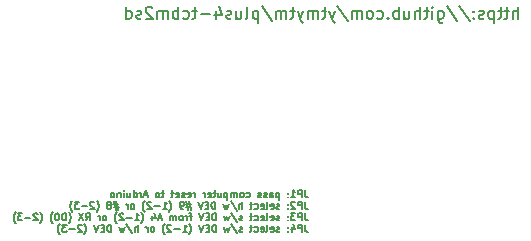
<source format=gbo>
G04 #@! TF.GenerationSoftware,KiCad,Pcbnew,(6.0.11)*
G04 #@! TF.CreationDate,2024-07-24T19:14:20+02:00*
G04 #@! TF.ProjectId,tcbm2sd,7463626d-3273-4642-9e6b-696361645f70,1.1*
G04 #@! TF.SameCoordinates,Original*
G04 #@! TF.FileFunction,Legend,Bot*
G04 #@! TF.FilePolarity,Positive*
%FSLAX46Y46*%
G04 Gerber Fmt 4.6, Leading zero omitted, Abs format (unit mm)*
G04 Created by KiCad (PCBNEW (6.0.11)) date 2024-07-24 19:14:20*
%MOMM*%
%LPD*%
G01*
G04 APERTURE LIST*
G04 Aperture macros list*
%AMRoundRect*
0 Rectangle with rounded corners*
0 $1 Rounding radius*
0 $2 $3 $4 $5 $6 $7 $8 $9 X,Y pos of 4 corners*
0 Add a 4 corners polygon primitive as box body*
4,1,4,$2,$3,$4,$5,$6,$7,$8,$9,$2,$3,0*
0 Add four circle primitives for the rounded corners*
1,1,$1+$1,$2,$3*
1,1,$1+$1,$4,$5*
1,1,$1+$1,$6,$7*
1,1,$1+$1,$8,$9*
0 Add four rect primitives between the rounded corners*
20,1,$1+$1,$2,$3,$4,$5,0*
20,1,$1+$1,$4,$5,$6,$7,0*
20,1,$1+$1,$6,$7,$8,$9,0*
20,1,$1+$1,$8,$9,$2,$3,0*%
G04 Aperture macros list end*
%ADD10C,0.150000*%
%ADD11R,1.700000X1.700000*%
%ADD12O,1.700000X1.700000*%
%ADD13R,1.600000X1.600000*%
%ADD14O,1.600000X1.600000*%
%ADD15C,1.600000*%
%ADD16C,5.000000*%
%ADD17RoundRect,0.163300X-0.337500X-4.512500X0.337500X-4.512500X0.337500X4.512500X-0.337500X4.512500X0*%
G04 APERTURE END LIST*
D10*
X146908214Y-110998428D02*
X146908214Y-111427000D01*
X146936785Y-111512714D01*
X146993928Y-111569857D01*
X147079642Y-111598428D01*
X147136785Y-111598428D01*
X146622500Y-111598428D02*
X146622500Y-110998428D01*
X146393928Y-110998428D01*
X146336785Y-111027000D01*
X146308214Y-111055571D01*
X146279642Y-111112714D01*
X146279642Y-111198428D01*
X146308214Y-111255571D01*
X146336785Y-111284142D01*
X146393928Y-111312714D01*
X146622500Y-111312714D01*
X145708214Y-111598428D02*
X146051071Y-111598428D01*
X145879642Y-111598428D02*
X145879642Y-110998428D01*
X145936785Y-111084142D01*
X145993928Y-111141285D01*
X146051071Y-111169857D01*
X145451071Y-111541285D02*
X145422500Y-111569857D01*
X145451071Y-111598428D01*
X145479642Y-111569857D01*
X145451071Y-111541285D01*
X145451071Y-111598428D01*
X145451071Y-111227000D02*
X145422500Y-111255571D01*
X145451071Y-111284142D01*
X145479642Y-111255571D01*
X145451071Y-111227000D01*
X145451071Y-111284142D01*
X144708214Y-111198428D02*
X144708214Y-111798428D01*
X144708214Y-111227000D02*
X144651071Y-111198428D01*
X144536785Y-111198428D01*
X144479642Y-111227000D01*
X144451071Y-111255571D01*
X144422500Y-111312714D01*
X144422500Y-111484142D01*
X144451071Y-111541285D01*
X144479642Y-111569857D01*
X144536785Y-111598428D01*
X144651071Y-111598428D01*
X144708214Y-111569857D01*
X143908214Y-111598428D02*
X143908214Y-111284142D01*
X143936785Y-111227000D01*
X143993928Y-111198428D01*
X144108214Y-111198428D01*
X144165357Y-111227000D01*
X143908214Y-111569857D02*
X143965357Y-111598428D01*
X144108214Y-111598428D01*
X144165357Y-111569857D01*
X144193928Y-111512714D01*
X144193928Y-111455571D01*
X144165357Y-111398428D01*
X144108214Y-111369857D01*
X143965357Y-111369857D01*
X143908214Y-111341285D01*
X143651071Y-111569857D02*
X143593928Y-111598428D01*
X143479642Y-111598428D01*
X143422500Y-111569857D01*
X143393928Y-111512714D01*
X143393928Y-111484142D01*
X143422500Y-111427000D01*
X143479642Y-111398428D01*
X143565357Y-111398428D01*
X143622500Y-111369857D01*
X143651071Y-111312714D01*
X143651071Y-111284142D01*
X143622500Y-111227000D01*
X143565357Y-111198428D01*
X143479642Y-111198428D01*
X143422500Y-111227000D01*
X143165357Y-111569857D02*
X143108214Y-111598428D01*
X142993928Y-111598428D01*
X142936785Y-111569857D01*
X142908214Y-111512714D01*
X142908214Y-111484142D01*
X142936785Y-111427000D01*
X142993928Y-111398428D01*
X143079642Y-111398428D01*
X143136785Y-111369857D01*
X143165357Y-111312714D01*
X143165357Y-111284142D01*
X143136785Y-111227000D01*
X143079642Y-111198428D01*
X142993928Y-111198428D01*
X142936785Y-111227000D01*
X141936785Y-111569857D02*
X141993928Y-111598428D01*
X142108214Y-111598428D01*
X142165357Y-111569857D01*
X142193928Y-111541285D01*
X142222500Y-111484142D01*
X142222500Y-111312714D01*
X142193928Y-111255571D01*
X142165357Y-111227000D01*
X142108214Y-111198428D01*
X141993928Y-111198428D01*
X141936785Y-111227000D01*
X141593928Y-111598428D02*
X141651071Y-111569857D01*
X141679642Y-111541285D01*
X141708214Y-111484142D01*
X141708214Y-111312714D01*
X141679642Y-111255571D01*
X141651071Y-111227000D01*
X141593928Y-111198428D01*
X141508214Y-111198428D01*
X141451071Y-111227000D01*
X141422500Y-111255571D01*
X141393928Y-111312714D01*
X141393928Y-111484142D01*
X141422500Y-111541285D01*
X141451071Y-111569857D01*
X141508214Y-111598428D01*
X141593928Y-111598428D01*
X141136785Y-111598428D02*
X141136785Y-111198428D01*
X141136785Y-111255571D02*
X141108214Y-111227000D01*
X141051071Y-111198428D01*
X140965357Y-111198428D01*
X140908214Y-111227000D01*
X140879642Y-111284142D01*
X140879642Y-111598428D01*
X140879642Y-111284142D02*
X140851071Y-111227000D01*
X140793928Y-111198428D01*
X140708214Y-111198428D01*
X140651071Y-111227000D01*
X140622500Y-111284142D01*
X140622500Y-111598428D01*
X140336785Y-111198428D02*
X140336785Y-111798428D01*
X140336785Y-111227000D02*
X140279642Y-111198428D01*
X140165357Y-111198428D01*
X140108214Y-111227000D01*
X140079642Y-111255571D01*
X140051071Y-111312714D01*
X140051071Y-111484142D01*
X140079642Y-111541285D01*
X140108214Y-111569857D01*
X140165357Y-111598428D01*
X140279642Y-111598428D01*
X140336785Y-111569857D01*
X139536785Y-111198428D02*
X139536785Y-111598428D01*
X139793928Y-111198428D02*
X139793928Y-111512714D01*
X139765357Y-111569857D01*
X139708214Y-111598428D01*
X139622500Y-111598428D01*
X139565357Y-111569857D01*
X139536785Y-111541285D01*
X139336785Y-111198428D02*
X139108214Y-111198428D01*
X139251071Y-110998428D02*
X139251071Y-111512714D01*
X139222500Y-111569857D01*
X139165357Y-111598428D01*
X139108214Y-111598428D01*
X138679642Y-111569857D02*
X138736785Y-111598428D01*
X138851071Y-111598428D01*
X138908214Y-111569857D01*
X138936785Y-111512714D01*
X138936785Y-111284142D01*
X138908214Y-111227000D01*
X138851071Y-111198428D01*
X138736785Y-111198428D01*
X138679642Y-111227000D01*
X138651071Y-111284142D01*
X138651071Y-111341285D01*
X138936785Y-111398428D01*
X138393928Y-111598428D02*
X138393928Y-111198428D01*
X138393928Y-111312714D02*
X138365357Y-111255571D01*
X138336785Y-111227000D01*
X138279642Y-111198428D01*
X138222500Y-111198428D01*
X137565357Y-111598428D02*
X137565357Y-111198428D01*
X137565357Y-111312714D02*
X137536785Y-111255571D01*
X137508214Y-111227000D01*
X137451071Y-111198428D01*
X137393928Y-111198428D01*
X136965357Y-111569857D02*
X137022500Y-111598428D01*
X137136785Y-111598428D01*
X137193928Y-111569857D01*
X137222500Y-111512714D01*
X137222500Y-111284142D01*
X137193928Y-111227000D01*
X137136785Y-111198428D01*
X137022500Y-111198428D01*
X136965357Y-111227000D01*
X136936785Y-111284142D01*
X136936785Y-111341285D01*
X137222500Y-111398428D01*
X136708214Y-111569857D02*
X136651071Y-111598428D01*
X136536785Y-111598428D01*
X136479642Y-111569857D01*
X136451071Y-111512714D01*
X136451071Y-111484142D01*
X136479642Y-111427000D01*
X136536785Y-111398428D01*
X136622500Y-111398428D01*
X136679642Y-111369857D01*
X136708214Y-111312714D01*
X136708214Y-111284142D01*
X136679642Y-111227000D01*
X136622500Y-111198428D01*
X136536785Y-111198428D01*
X136479642Y-111227000D01*
X135965357Y-111569857D02*
X136022500Y-111598428D01*
X136136785Y-111598428D01*
X136193928Y-111569857D01*
X136222500Y-111512714D01*
X136222500Y-111284142D01*
X136193928Y-111227000D01*
X136136785Y-111198428D01*
X136022500Y-111198428D01*
X135965357Y-111227000D01*
X135936785Y-111284142D01*
X135936785Y-111341285D01*
X136222500Y-111398428D01*
X135765357Y-111198428D02*
X135536785Y-111198428D01*
X135679642Y-110998428D02*
X135679642Y-111512714D01*
X135651071Y-111569857D01*
X135593928Y-111598428D01*
X135536785Y-111598428D01*
X134965357Y-111198428D02*
X134736785Y-111198428D01*
X134879642Y-110998428D02*
X134879642Y-111512714D01*
X134851071Y-111569857D01*
X134793928Y-111598428D01*
X134736785Y-111598428D01*
X134451071Y-111598428D02*
X134508214Y-111569857D01*
X134536785Y-111541285D01*
X134565357Y-111484142D01*
X134565357Y-111312714D01*
X134536785Y-111255571D01*
X134508214Y-111227000D01*
X134451071Y-111198428D01*
X134365357Y-111198428D01*
X134308214Y-111227000D01*
X134279642Y-111255571D01*
X134251071Y-111312714D01*
X134251071Y-111484142D01*
X134279642Y-111541285D01*
X134308214Y-111569857D01*
X134365357Y-111598428D01*
X134451071Y-111598428D01*
X133565357Y-111427000D02*
X133279642Y-111427000D01*
X133622499Y-111598428D02*
X133422499Y-110998428D01*
X133222499Y-111598428D01*
X133022499Y-111598428D02*
X133022499Y-111198428D01*
X133022499Y-111312714D02*
X132993928Y-111255571D01*
X132965357Y-111227000D01*
X132908214Y-111198428D01*
X132851071Y-111198428D01*
X132393928Y-111598428D02*
X132393928Y-110998428D01*
X132393928Y-111569857D02*
X132451071Y-111598428D01*
X132565357Y-111598428D01*
X132622499Y-111569857D01*
X132651071Y-111541285D01*
X132679642Y-111484142D01*
X132679642Y-111312714D01*
X132651071Y-111255571D01*
X132622499Y-111227000D01*
X132565357Y-111198428D01*
X132451071Y-111198428D01*
X132393928Y-111227000D01*
X131851071Y-111198428D02*
X131851071Y-111598428D01*
X132108214Y-111198428D02*
X132108214Y-111512714D01*
X132079642Y-111569857D01*
X132022499Y-111598428D01*
X131936785Y-111598428D01*
X131879642Y-111569857D01*
X131851071Y-111541285D01*
X131565357Y-111598428D02*
X131565357Y-111198428D01*
X131565357Y-110998428D02*
X131593928Y-111027000D01*
X131565357Y-111055571D01*
X131536785Y-111027000D01*
X131565357Y-110998428D01*
X131565357Y-111055571D01*
X131279642Y-111198428D02*
X131279642Y-111598428D01*
X131279642Y-111255571D02*
X131251071Y-111227000D01*
X131193928Y-111198428D01*
X131108214Y-111198428D01*
X131051071Y-111227000D01*
X131022499Y-111284142D01*
X131022499Y-111598428D01*
X130651071Y-111598428D02*
X130708214Y-111569857D01*
X130736785Y-111541285D01*
X130765357Y-111484142D01*
X130765357Y-111312714D01*
X130736785Y-111255571D01*
X130708214Y-111227000D01*
X130651071Y-111198428D01*
X130565357Y-111198428D01*
X130508214Y-111227000D01*
X130479642Y-111255571D01*
X130451071Y-111312714D01*
X130451071Y-111484142D01*
X130479642Y-111541285D01*
X130508214Y-111569857D01*
X130565357Y-111598428D01*
X130651071Y-111598428D01*
X146908214Y-111964428D02*
X146908214Y-112393000D01*
X146936785Y-112478714D01*
X146993928Y-112535857D01*
X147079642Y-112564428D01*
X147136785Y-112564428D01*
X146622500Y-112564428D02*
X146622500Y-111964428D01*
X146393928Y-111964428D01*
X146336785Y-111993000D01*
X146308214Y-112021571D01*
X146279642Y-112078714D01*
X146279642Y-112164428D01*
X146308214Y-112221571D01*
X146336785Y-112250142D01*
X146393928Y-112278714D01*
X146622500Y-112278714D01*
X146051071Y-112021571D02*
X146022500Y-111993000D01*
X145965357Y-111964428D01*
X145822500Y-111964428D01*
X145765357Y-111993000D01*
X145736785Y-112021571D01*
X145708214Y-112078714D01*
X145708214Y-112135857D01*
X145736785Y-112221571D01*
X146079642Y-112564428D01*
X145708214Y-112564428D01*
X145451071Y-112507285D02*
X145422500Y-112535857D01*
X145451071Y-112564428D01*
X145479642Y-112535857D01*
X145451071Y-112507285D01*
X145451071Y-112564428D01*
X145451071Y-112193000D02*
X145422500Y-112221571D01*
X145451071Y-112250142D01*
X145479642Y-112221571D01*
X145451071Y-112193000D01*
X145451071Y-112250142D01*
X144736785Y-112535857D02*
X144679642Y-112564428D01*
X144565357Y-112564428D01*
X144508214Y-112535857D01*
X144479642Y-112478714D01*
X144479642Y-112450142D01*
X144508214Y-112393000D01*
X144565357Y-112364428D01*
X144651071Y-112364428D01*
X144708214Y-112335857D01*
X144736785Y-112278714D01*
X144736785Y-112250142D01*
X144708214Y-112193000D01*
X144651071Y-112164428D01*
X144565357Y-112164428D01*
X144508214Y-112193000D01*
X143993928Y-112535857D02*
X144051071Y-112564428D01*
X144165357Y-112564428D01*
X144222500Y-112535857D01*
X144251071Y-112478714D01*
X144251071Y-112250142D01*
X144222500Y-112193000D01*
X144165357Y-112164428D01*
X144051071Y-112164428D01*
X143993928Y-112193000D01*
X143965357Y-112250142D01*
X143965357Y-112307285D01*
X144251071Y-112364428D01*
X143622500Y-112564428D02*
X143679642Y-112535857D01*
X143708214Y-112478714D01*
X143708214Y-111964428D01*
X143165357Y-112535857D02*
X143222500Y-112564428D01*
X143336785Y-112564428D01*
X143393928Y-112535857D01*
X143422500Y-112478714D01*
X143422500Y-112250142D01*
X143393928Y-112193000D01*
X143336785Y-112164428D01*
X143222500Y-112164428D01*
X143165357Y-112193000D01*
X143136785Y-112250142D01*
X143136785Y-112307285D01*
X143422500Y-112364428D01*
X142622500Y-112535857D02*
X142679642Y-112564428D01*
X142793928Y-112564428D01*
X142851071Y-112535857D01*
X142879642Y-112507285D01*
X142908214Y-112450142D01*
X142908214Y-112278714D01*
X142879642Y-112221571D01*
X142851071Y-112193000D01*
X142793928Y-112164428D01*
X142679642Y-112164428D01*
X142622500Y-112193000D01*
X142451071Y-112164428D02*
X142222500Y-112164428D01*
X142365357Y-111964428D02*
X142365357Y-112478714D01*
X142336785Y-112535857D01*
X142279642Y-112564428D01*
X142222500Y-112564428D01*
X141565357Y-112564428D02*
X141565357Y-111964428D01*
X141308214Y-112564428D02*
X141308214Y-112250142D01*
X141336785Y-112193000D01*
X141393928Y-112164428D01*
X141479642Y-112164428D01*
X141536785Y-112193000D01*
X141565357Y-112221571D01*
X140593928Y-111935857D02*
X141108214Y-112707285D01*
X140451071Y-112164428D02*
X140336785Y-112564428D01*
X140222500Y-112278714D01*
X140108214Y-112564428D01*
X139993928Y-112164428D01*
X139308214Y-112564428D02*
X139308214Y-111964428D01*
X139165357Y-111964428D01*
X139079642Y-111993000D01*
X139022500Y-112050142D01*
X138993928Y-112107285D01*
X138965357Y-112221571D01*
X138965357Y-112307285D01*
X138993928Y-112421571D01*
X139022500Y-112478714D01*
X139079642Y-112535857D01*
X139165357Y-112564428D01*
X139308214Y-112564428D01*
X138708214Y-112250142D02*
X138508214Y-112250142D01*
X138422500Y-112564428D02*
X138708214Y-112564428D01*
X138708214Y-111964428D01*
X138422500Y-111964428D01*
X138251071Y-111964428D02*
X138051071Y-112564428D01*
X137851071Y-111964428D01*
X137222500Y-112164428D02*
X136793928Y-112164428D01*
X137051071Y-111907285D02*
X137222500Y-112678714D01*
X136851071Y-112421571D02*
X137279642Y-112421571D01*
X137022500Y-112678714D02*
X136851071Y-111907285D01*
X136565357Y-112564428D02*
X136451071Y-112564428D01*
X136393928Y-112535857D01*
X136365357Y-112507285D01*
X136308214Y-112421571D01*
X136279642Y-112307285D01*
X136279642Y-112078714D01*
X136308214Y-112021571D01*
X136336785Y-111993000D01*
X136393928Y-111964428D01*
X136508214Y-111964428D01*
X136565357Y-111993000D01*
X136593928Y-112021571D01*
X136622500Y-112078714D01*
X136622500Y-112221571D01*
X136593928Y-112278714D01*
X136565357Y-112307285D01*
X136508214Y-112335857D01*
X136393928Y-112335857D01*
X136336785Y-112307285D01*
X136308214Y-112278714D01*
X136279642Y-112221571D01*
X135393928Y-112793000D02*
X135422500Y-112764428D01*
X135479642Y-112678714D01*
X135508214Y-112621571D01*
X135536785Y-112535857D01*
X135565357Y-112393000D01*
X135565357Y-112278714D01*
X135536785Y-112135857D01*
X135508214Y-112050142D01*
X135479642Y-111993000D01*
X135422500Y-111907285D01*
X135393928Y-111878714D01*
X134851071Y-112564428D02*
X135193928Y-112564428D01*
X135022500Y-112564428D02*
X135022500Y-111964428D01*
X135079642Y-112050142D01*
X135136785Y-112107285D01*
X135193928Y-112135857D01*
X134593928Y-112335857D02*
X134136785Y-112335857D01*
X133879642Y-112021571D02*
X133851071Y-111993000D01*
X133793928Y-111964428D01*
X133651071Y-111964428D01*
X133593928Y-111993000D01*
X133565357Y-112021571D01*
X133536785Y-112078714D01*
X133536785Y-112135857D01*
X133565357Y-112221571D01*
X133908214Y-112564428D01*
X133536785Y-112564428D01*
X133336785Y-112793000D02*
X133308214Y-112764428D01*
X133251071Y-112678714D01*
X133222500Y-112621571D01*
X133193928Y-112535857D01*
X133165357Y-112393000D01*
X133165357Y-112278714D01*
X133193928Y-112135857D01*
X133222500Y-112050142D01*
X133251071Y-111993000D01*
X133308214Y-111907285D01*
X133336785Y-111878714D01*
X132336785Y-112564428D02*
X132393928Y-112535857D01*
X132422500Y-112507285D01*
X132451071Y-112450142D01*
X132451071Y-112278714D01*
X132422500Y-112221571D01*
X132393928Y-112193000D01*
X132336785Y-112164428D01*
X132251071Y-112164428D01*
X132193928Y-112193000D01*
X132165357Y-112221571D01*
X132136785Y-112278714D01*
X132136785Y-112450142D01*
X132165357Y-112507285D01*
X132193928Y-112535857D01*
X132251071Y-112564428D01*
X132336785Y-112564428D01*
X131879642Y-112564428D02*
X131879642Y-112164428D01*
X131879642Y-112278714D02*
X131851071Y-112221571D01*
X131822500Y-112193000D01*
X131765357Y-112164428D01*
X131708214Y-112164428D01*
X131079642Y-112164428D02*
X130651071Y-112164428D01*
X130908214Y-111907285D02*
X131079642Y-112678714D01*
X130708214Y-112421571D02*
X131136785Y-112421571D01*
X130879642Y-112678714D02*
X130708214Y-111907285D01*
X130365357Y-112221571D02*
X130422499Y-112193000D01*
X130451071Y-112164428D01*
X130479642Y-112107285D01*
X130479642Y-112078714D01*
X130451071Y-112021571D01*
X130422499Y-111993000D01*
X130365357Y-111964428D01*
X130251071Y-111964428D01*
X130193928Y-111993000D01*
X130165357Y-112021571D01*
X130136785Y-112078714D01*
X130136785Y-112107285D01*
X130165357Y-112164428D01*
X130193928Y-112193000D01*
X130251071Y-112221571D01*
X130365357Y-112221571D01*
X130422499Y-112250142D01*
X130451071Y-112278714D01*
X130479642Y-112335857D01*
X130479642Y-112450142D01*
X130451071Y-112507285D01*
X130422499Y-112535857D01*
X130365357Y-112564428D01*
X130251071Y-112564428D01*
X130193928Y-112535857D01*
X130165357Y-112507285D01*
X130136785Y-112450142D01*
X130136785Y-112335857D01*
X130165357Y-112278714D01*
X130193928Y-112250142D01*
X130251071Y-112221571D01*
X129251071Y-112793000D02*
X129279642Y-112764428D01*
X129336785Y-112678714D01*
X129365357Y-112621571D01*
X129393928Y-112535857D01*
X129422499Y-112393000D01*
X129422499Y-112278714D01*
X129393928Y-112135857D01*
X129365357Y-112050142D01*
X129336785Y-111993000D01*
X129279642Y-111907285D01*
X129251071Y-111878714D01*
X129051071Y-112021571D02*
X129022499Y-111993000D01*
X128965357Y-111964428D01*
X128822499Y-111964428D01*
X128765357Y-111993000D01*
X128736785Y-112021571D01*
X128708214Y-112078714D01*
X128708214Y-112135857D01*
X128736785Y-112221571D01*
X129079642Y-112564428D01*
X128708214Y-112564428D01*
X128451071Y-112335857D02*
X127993928Y-112335857D01*
X127765357Y-111964428D02*
X127393928Y-111964428D01*
X127593928Y-112193000D01*
X127508214Y-112193000D01*
X127451071Y-112221571D01*
X127422499Y-112250142D01*
X127393928Y-112307285D01*
X127393928Y-112450142D01*
X127422499Y-112507285D01*
X127451071Y-112535857D01*
X127508214Y-112564428D01*
X127679642Y-112564428D01*
X127736785Y-112535857D01*
X127765357Y-112507285D01*
X127193928Y-112793000D02*
X127165357Y-112764428D01*
X127108214Y-112678714D01*
X127079642Y-112621571D01*
X127051071Y-112535857D01*
X127022499Y-112393000D01*
X127022499Y-112278714D01*
X127051071Y-112135857D01*
X127079642Y-112050142D01*
X127108214Y-111993000D01*
X127165357Y-111907285D01*
X127193928Y-111878714D01*
X146908214Y-112930428D02*
X146908214Y-113359000D01*
X146936785Y-113444714D01*
X146993928Y-113501857D01*
X147079642Y-113530428D01*
X147136785Y-113530428D01*
X146622500Y-113530428D02*
X146622500Y-112930428D01*
X146393928Y-112930428D01*
X146336785Y-112959000D01*
X146308214Y-112987571D01*
X146279642Y-113044714D01*
X146279642Y-113130428D01*
X146308214Y-113187571D01*
X146336785Y-113216142D01*
X146393928Y-113244714D01*
X146622500Y-113244714D01*
X146079642Y-112930428D02*
X145708214Y-112930428D01*
X145908214Y-113159000D01*
X145822500Y-113159000D01*
X145765357Y-113187571D01*
X145736785Y-113216142D01*
X145708214Y-113273285D01*
X145708214Y-113416142D01*
X145736785Y-113473285D01*
X145765357Y-113501857D01*
X145822500Y-113530428D01*
X145993928Y-113530428D01*
X146051071Y-113501857D01*
X146079642Y-113473285D01*
X145451071Y-113473285D02*
X145422500Y-113501857D01*
X145451071Y-113530428D01*
X145479642Y-113501857D01*
X145451071Y-113473285D01*
X145451071Y-113530428D01*
X145451071Y-113159000D02*
X145422500Y-113187571D01*
X145451071Y-113216142D01*
X145479642Y-113187571D01*
X145451071Y-113159000D01*
X145451071Y-113216142D01*
X144736785Y-113501857D02*
X144679642Y-113530428D01*
X144565357Y-113530428D01*
X144508214Y-113501857D01*
X144479642Y-113444714D01*
X144479642Y-113416142D01*
X144508214Y-113359000D01*
X144565357Y-113330428D01*
X144651071Y-113330428D01*
X144708214Y-113301857D01*
X144736785Y-113244714D01*
X144736785Y-113216142D01*
X144708214Y-113159000D01*
X144651071Y-113130428D01*
X144565357Y-113130428D01*
X144508214Y-113159000D01*
X143993928Y-113501857D02*
X144051071Y-113530428D01*
X144165357Y-113530428D01*
X144222500Y-113501857D01*
X144251071Y-113444714D01*
X144251071Y-113216142D01*
X144222500Y-113159000D01*
X144165357Y-113130428D01*
X144051071Y-113130428D01*
X143993928Y-113159000D01*
X143965357Y-113216142D01*
X143965357Y-113273285D01*
X144251071Y-113330428D01*
X143622500Y-113530428D02*
X143679642Y-113501857D01*
X143708214Y-113444714D01*
X143708214Y-112930428D01*
X143165357Y-113501857D02*
X143222500Y-113530428D01*
X143336785Y-113530428D01*
X143393928Y-113501857D01*
X143422500Y-113444714D01*
X143422500Y-113216142D01*
X143393928Y-113159000D01*
X143336785Y-113130428D01*
X143222500Y-113130428D01*
X143165357Y-113159000D01*
X143136785Y-113216142D01*
X143136785Y-113273285D01*
X143422500Y-113330428D01*
X142622500Y-113501857D02*
X142679642Y-113530428D01*
X142793928Y-113530428D01*
X142851071Y-113501857D01*
X142879642Y-113473285D01*
X142908214Y-113416142D01*
X142908214Y-113244714D01*
X142879642Y-113187571D01*
X142851071Y-113159000D01*
X142793928Y-113130428D01*
X142679642Y-113130428D01*
X142622500Y-113159000D01*
X142451071Y-113130428D02*
X142222500Y-113130428D01*
X142365357Y-112930428D02*
X142365357Y-113444714D01*
X142336785Y-113501857D01*
X142279642Y-113530428D01*
X142222500Y-113530428D01*
X141593928Y-113501857D02*
X141536785Y-113530428D01*
X141422500Y-113530428D01*
X141365357Y-113501857D01*
X141336785Y-113444714D01*
X141336785Y-113416142D01*
X141365357Y-113359000D01*
X141422500Y-113330428D01*
X141508214Y-113330428D01*
X141565357Y-113301857D01*
X141593928Y-113244714D01*
X141593928Y-113216142D01*
X141565357Y-113159000D01*
X141508214Y-113130428D01*
X141422500Y-113130428D01*
X141365357Y-113159000D01*
X140651071Y-112901857D02*
X141165357Y-113673285D01*
X140508214Y-113130428D02*
X140393928Y-113530428D01*
X140279642Y-113244714D01*
X140165357Y-113530428D01*
X140051071Y-113130428D01*
X139365357Y-113530428D02*
X139365357Y-112930428D01*
X139222500Y-112930428D01*
X139136785Y-112959000D01*
X139079642Y-113016142D01*
X139051071Y-113073285D01*
X139022500Y-113187571D01*
X139022500Y-113273285D01*
X139051071Y-113387571D01*
X139079642Y-113444714D01*
X139136785Y-113501857D01*
X139222500Y-113530428D01*
X139365357Y-113530428D01*
X138765357Y-113216142D02*
X138565357Y-113216142D01*
X138479642Y-113530428D02*
X138765357Y-113530428D01*
X138765357Y-112930428D01*
X138479642Y-112930428D01*
X138308214Y-112930428D02*
X138108214Y-113530428D01*
X137908214Y-112930428D01*
X137336785Y-113130428D02*
X137108214Y-113130428D01*
X137251071Y-113530428D02*
X137251071Y-113016142D01*
X137222500Y-112959000D01*
X137165357Y-112930428D01*
X137108214Y-112930428D01*
X136908214Y-113530428D02*
X136908214Y-113130428D01*
X136908214Y-113244714D02*
X136879642Y-113187571D01*
X136851071Y-113159000D01*
X136793928Y-113130428D01*
X136736785Y-113130428D01*
X136451071Y-113530428D02*
X136508214Y-113501857D01*
X136536785Y-113473285D01*
X136565357Y-113416142D01*
X136565357Y-113244714D01*
X136536785Y-113187571D01*
X136508214Y-113159000D01*
X136451071Y-113130428D01*
X136365357Y-113130428D01*
X136308214Y-113159000D01*
X136279642Y-113187571D01*
X136251071Y-113244714D01*
X136251071Y-113416142D01*
X136279642Y-113473285D01*
X136308214Y-113501857D01*
X136365357Y-113530428D01*
X136451071Y-113530428D01*
X135993928Y-113530428D02*
X135993928Y-113130428D01*
X135993928Y-113187571D02*
X135965357Y-113159000D01*
X135908214Y-113130428D01*
X135822500Y-113130428D01*
X135765357Y-113159000D01*
X135736785Y-113216142D01*
X135736785Y-113530428D01*
X135736785Y-113216142D02*
X135708214Y-113159000D01*
X135651071Y-113130428D01*
X135565357Y-113130428D01*
X135508214Y-113159000D01*
X135479642Y-113216142D01*
X135479642Y-113530428D01*
X134765357Y-113359000D02*
X134479642Y-113359000D01*
X134822500Y-113530428D02*
X134622500Y-112930428D01*
X134422500Y-113530428D01*
X133965357Y-113130428D02*
X133965357Y-113530428D01*
X134108214Y-112901857D02*
X134251071Y-113330428D01*
X133879642Y-113330428D01*
X133022500Y-113759000D02*
X133051071Y-113730428D01*
X133108214Y-113644714D01*
X133136785Y-113587571D01*
X133165357Y-113501857D01*
X133193928Y-113359000D01*
X133193928Y-113244714D01*
X133165357Y-113101857D01*
X133136785Y-113016142D01*
X133108214Y-112959000D01*
X133051071Y-112873285D01*
X133022500Y-112844714D01*
X132479642Y-113530428D02*
X132822500Y-113530428D01*
X132651071Y-113530428D02*
X132651071Y-112930428D01*
X132708214Y-113016142D01*
X132765357Y-113073285D01*
X132822500Y-113101857D01*
X132222500Y-113301857D02*
X131765357Y-113301857D01*
X131508214Y-112987571D02*
X131479642Y-112959000D01*
X131422500Y-112930428D01*
X131279642Y-112930428D01*
X131222500Y-112959000D01*
X131193928Y-112987571D01*
X131165357Y-113044714D01*
X131165357Y-113101857D01*
X131193928Y-113187571D01*
X131536785Y-113530428D01*
X131165357Y-113530428D01*
X130965357Y-113759000D02*
X130936785Y-113730428D01*
X130879642Y-113644714D01*
X130851071Y-113587571D01*
X130822500Y-113501857D01*
X130793928Y-113359000D01*
X130793928Y-113244714D01*
X130822500Y-113101857D01*
X130851071Y-113016142D01*
X130879642Y-112959000D01*
X130936785Y-112873285D01*
X130965357Y-112844714D01*
X129965357Y-113530428D02*
X130022500Y-113501857D01*
X130051071Y-113473285D01*
X130079642Y-113416142D01*
X130079642Y-113244714D01*
X130051071Y-113187571D01*
X130022500Y-113159000D01*
X129965357Y-113130428D01*
X129879642Y-113130428D01*
X129822500Y-113159000D01*
X129793928Y-113187571D01*
X129765357Y-113244714D01*
X129765357Y-113416142D01*
X129793928Y-113473285D01*
X129822500Y-113501857D01*
X129879642Y-113530428D01*
X129965357Y-113530428D01*
X129508214Y-113530428D02*
X129508214Y-113130428D01*
X129508214Y-113244714D02*
X129479642Y-113187571D01*
X129451071Y-113159000D01*
X129393928Y-113130428D01*
X129336785Y-113130428D01*
X128336785Y-113530428D02*
X128536785Y-113244714D01*
X128679642Y-113530428D02*
X128679642Y-112930428D01*
X128451071Y-112930428D01*
X128393928Y-112959000D01*
X128365357Y-112987571D01*
X128336785Y-113044714D01*
X128336785Y-113130428D01*
X128365357Y-113187571D01*
X128393928Y-113216142D01*
X128451071Y-113244714D01*
X128679642Y-113244714D01*
X128136785Y-112930428D02*
X127736785Y-113530428D01*
X127736785Y-112930428D02*
X128136785Y-113530428D01*
X126879642Y-113759000D02*
X126908214Y-113730428D01*
X126965357Y-113644714D01*
X126993928Y-113587571D01*
X127022500Y-113501857D01*
X127051071Y-113359000D01*
X127051071Y-113244714D01*
X127022500Y-113101857D01*
X126993928Y-113016142D01*
X126965357Y-112959000D01*
X126908214Y-112873285D01*
X126879642Y-112844714D01*
X126651071Y-113530428D02*
X126651071Y-112930428D01*
X126508214Y-112930428D01*
X126422500Y-112959000D01*
X126365357Y-113016142D01*
X126336785Y-113073285D01*
X126308214Y-113187571D01*
X126308214Y-113273285D01*
X126336785Y-113387571D01*
X126365357Y-113444714D01*
X126422500Y-113501857D01*
X126508214Y-113530428D01*
X126651071Y-113530428D01*
X125936785Y-112930428D02*
X125879642Y-112930428D01*
X125822500Y-112959000D01*
X125793928Y-112987571D01*
X125765357Y-113044714D01*
X125736785Y-113159000D01*
X125736785Y-113301857D01*
X125765357Y-113416142D01*
X125793928Y-113473285D01*
X125822500Y-113501857D01*
X125879642Y-113530428D01*
X125936785Y-113530428D01*
X125993928Y-113501857D01*
X126022500Y-113473285D01*
X126051071Y-113416142D01*
X126079642Y-113301857D01*
X126079642Y-113159000D01*
X126051071Y-113044714D01*
X126022500Y-112987571D01*
X125993928Y-112959000D01*
X125936785Y-112930428D01*
X125536785Y-113759000D02*
X125508214Y-113730428D01*
X125451071Y-113644714D01*
X125422500Y-113587571D01*
X125393928Y-113501857D01*
X125365357Y-113359000D01*
X125365357Y-113244714D01*
X125393928Y-113101857D01*
X125422500Y-113016142D01*
X125451071Y-112959000D01*
X125508214Y-112873285D01*
X125536785Y-112844714D01*
X124451071Y-113759000D02*
X124479642Y-113730428D01*
X124536785Y-113644714D01*
X124565357Y-113587571D01*
X124593928Y-113501857D01*
X124622500Y-113359000D01*
X124622500Y-113244714D01*
X124593928Y-113101857D01*
X124565357Y-113016142D01*
X124536785Y-112959000D01*
X124479642Y-112873285D01*
X124451071Y-112844714D01*
X124251071Y-112987571D02*
X124222500Y-112959000D01*
X124165357Y-112930428D01*
X124022500Y-112930428D01*
X123965357Y-112959000D01*
X123936785Y-112987571D01*
X123908214Y-113044714D01*
X123908214Y-113101857D01*
X123936785Y-113187571D01*
X124279642Y-113530428D01*
X123908214Y-113530428D01*
X123651071Y-113301857D02*
X123193928Y-113301857D01*
X122965357Y-112930428D02*
X122593928Y-112930428D01*
X122793928Y-113159000D01*
X122708214Y-113159000D01*
X122651071Y-113187571D01*
X122622500Y-113216142D01*
X122593928Y-113273285D01*
X122593928Y-113416142D01*
X122622500Y-113473285D01*
X122651071Y-113501857D01*
X122708214Y-113530428D01*
X122879642Y-113530428D01*
X122936785Y-113501857D01*
X122965357Y-113473285D01*
X122393928Y-113759000D02*
X122365357Y-113730428D01*
X122308214Y-113644714D01*
X122279642Y-113587571D01*
X122251071Y-113501857D01*
X122222500Y-113359000D01*
X122222500Y-113244714D01*
X122251071Y-113101857D01*
X122279642Y-113016142D01*
X122308214Y-112959000D01*
X122365357Y-112873285D01*
X122393928Y-112844714D01*
X146908214Y-113896428D02*
X146908214Y-114325000D01*
X146936785Y-114410714D01*
X146993928Y-114467857D01*
X147079642Y-114496428D01*
X147136785Y-114496428D01*
X146622500Y-114496428D02*
X146622500Y-113896428D01*
X146393928Y-113896428D01*
X146336785Y-113925000D01*
X146308214Y-113953571D01*
X146279642Y-114010714D01*
X146279642Y-114096428D01*
X146308214Y-114153571D01*
X146336785Y-114182142D01*
X146393928Y-114210714D01*
X146622500Y-114210714D01*
X145765357Y-114096428D02*
X145765357Y-114496428D01*
X145908214Y-113867857D02*
X146051071Y-114296428D01*
X145679642Y-114296428D01*
X145451071Y-114439285D02*
X145422500Y-114467857D01*
X145451071Y-114496428D01*
X145479642Y-114467857D01*
X145451071Y-114439285D01*
X145451071Y-114496428D01*
X145451071Y-114125000D02*
X145422500Y-114153571D01*
X145451071Y-114182142D01*
X145479642Y-114153571D01*
X145451071Y-114125000D01*
X145451071Y-114182142D01*
X144736785Y-114467857D02*
X144679642Y-114496428D01*
X144565357Y-114496428D01*
X144508214Y-114467857D01*
X144479642Y-114410714D01*
X144479642Y-114382142D01*
X144508214Y-114325000D01*
X144565357Y-114296428D01*
X144651071Y-114296428D01*
X144708214Y-114267857D01*
X144736785Y-114210714D01*
X144736785Y-114182142D01*
X144708214Y-114125000D01*
X144651071Y-114096428D01*
X144565357Y-114096428D01*
X144508214Y-114125000D01*
X143993928Y-114467857D02*
X144051071Y-114496428D01*
X144165357Y-114496428D01*
X144222500Y-114467857D01*
X144251071Y-114410714D01*
X144251071Y-114182142D01*
X144222500Y-114125000D01*
X144165357Y-114096428D01*
X144051071Y-114096428D01*
X143993928Y-114125000D01*
X143965357Y-114182142D01*
X143965357Y-114239285D01*
X144251071Y-114296428D01*
X143622500Y-114496428D02*
X143679642Y-114467857D01*
X143708214Y-114410714D01*
X143708214Y-113896428D01*
X143165357Y-114467857D02*
X143222500Y-114496428D01*
X143336785Y-114496428D01*
X143393928Y-114467857D01*
X143422500Y-114410714D01*
X143422500Y-114182142D01*
X143393928Y-114125000D01*
X143336785Y-114096428D01*
X143222500Y-114096428D01*
X143165357Y-114125000D01*
X143136785Y-114182142D01*
X143136785Y-114239285D01*
X143422500Y-114296428D01*
X142622500Y-114467857D02*
X142679642Y-114496428D01*
X142793928Y-114496428D01*
X142851071Y-114467857D01*
X142879642Y-114439285D01*
X142908214Y-114382142D01*
X142908214Y-114210714D01*
X142879642Y-114153571D01*
X142851071Y-114125000D01*
X142793928Y-114096428D01*
X142679642Y-114096428D01*
X142622500Y-114125000D01*
X142451071Y-114096428D02*
X142222500Y-114096428D01*
X142365357Y-113896428D02*
X142365357Y-114410714D01*
X142336785Y-114467857D01*
X142279642Y-114496428D01*
X142222500Y-114496428D01*
X141593928Y-114467857D02*
X141536785Y-114496428D01*
X141422500Y-114496428D01*
X141365357Y-114467857D01*
X141336785Y-114410714D01*
X141336785Y-114382142D01*
X141365357Y-114325000D01*
X141422500Y-114296428D01*
X141508214Y-114296428D01*
X141565357Y-114267857D01*
X141593928Y-114210714D01*
X141593928Y-114182142D01*
X141565357Y-114125000D01*
X141508214Y-114096428D01*
X141422500Y-114096428D01*
X141365357Y-114125000D01*
X140651071Y-113867857D02*
X141165357Y-114639285D01*
X140508214Y-114096428D02*
X140393928Y-114496428D01*
X140279642Y-114210714D01*
X140165357Y-114496428D01*
X140051071Y-114096428D01*
X139365357Y-114496428D02*
X139365357Y-113896428D01*
X139222500Y-113896428D01*
X139136785Y-113925000D01*
X139079642Y-113982142D01*
X139051071Y-114039285D01*
X139022500Y-114153571D01*
X139022500Y-114239285D01*
X139051071Y-114353571D01*
X139079642Y-114410714D01*
X139136785Y-114467857D01*
X139222500Y-114496428D01*
X139365357Y-114496428D01*
X138765357Y-114182142D02*
X138565357Y-114182142D01*
X138479642Y-114496428D02*
X138765357Y-114496428D01*
X138765357Y-113896428D01*
X138479642Y-113896428D01*
X138308214Y-113896428D02*
X138108214Y-114496428D01*
X137908214Y-113896428D01*
X137079642Y-114725000D02*
X137108214Y-114696428D01*
X137165357Y-114610714D01*
X137193928Y-114553571D01*
X137222500Y-114467857D01*
X137251071Y-114325000D01*
X137251071Y-114210714D01*
X137222500Y-114067857D01*
X137193928Y-113982142D01*
X137165357Y-113925000D01*
X137108214Y-113839285D01*
X137079642Y-113810714D01*
X136536785Y-114496428D02*
X136879642Y-114496428D01*
X136708214Y-114496428D02*
X136708214Y-113896428D01*
X136765357Y-113982142D01*
X136822500Y-114039285D01*
X136879642Y-114067857D01*
X136279642Y-114267857D02*
X135822500Y-114267857D01*
X135565357Y-113953571D02*
X135536785Y-113925000D01*
X135479642Y-113896428D01*
X135336785Y-113896428D01*
X135279642Y-113925000D01*
X135251071Y-113953571D01*
X135222500Y-114010714D01*
X135222500Y-114067857D01*
X135251071Y-114153571D01*
X135593928Y-114496428D01*
X135222500Y-114496428D01*
X135022500Y-114725000D02*
X134993928Y-114696428D01*
X134936785Y-114610714D01*
X134908214Y-114553571D01*
X134879642Y-114467857D01*
X134851071Y-114325000D01*
X134851071Y-114210714D01*
X134879642Y-114067857D01*
X134908214Y-113982142D01*
X134936785Y-113925000D01*
X134993928Y-113839285D01*
X135022500Y-113810714D01*
X134022500Y-114496428D02*
X134079642Y-114467857D01*
X134108214Y-114439285D01*
X134136785Y-114382142D01*
X134136785Y-114210714D01*
X134108214Y-114153571D01*
X134079642Y-114125000D01*
X134022500Y-114096428D01*
X133936785Y-114096428D01*
X133879642Y-114125000D01*
X133851071Y-114153571D01*
X133822500Y-114210714D01*
X133822500Y-114382142D01*
X133851071Y-114439285D01*
X133879642Y-114467857D01*
X133936785Y-114496428D01*
X134022500Y-114496428D01*
X133565357Y-114496428D02*
X133565357Y-114096428D01*
X133565357Y-114210714D02*
X133536785Y-114153571D01*
X133508214Y-114125000D01*
X133451071Y-114096428D01*
X133393928Y-114096428D01*
X132736785Y-114496428D02*
X132736785Y-113896428D01*
X132479642Y-114496428D02*
X132479642Y-114182142D01*
X132508214Y-114125000D01*
X132565357Y-114096428D01*
X132651071Y-114096428D01*
X132708214Y-114125000D01*
X132736785Y-114153571D01*
X131765357Y-113867857D02*
X132279642Y-114639285D01*
X131622500Y-114096428D02*
X131508214Y-114496428D01*
X131393928Y-114210714D01*
X131279642Y-114496428D01*
X131165357Y-114096428D01*
X130479642Y-114496428D02*
X130479642Y-113896428D01*
X130336785Y-113896428D01*
X130251071Y-113925000D01*
X130193928Y-113982142D01*
X130165357Y-114039285D01*
X130136785Y-114153571D01*
X130136785Y-114239285D01*
X130165357Y-114353571D01*
X130193928Y-114410714D01*
X130251071Y-114467857D01*
X130336785Y-114496428D01*
X130479642Y-114496428D01*
X129879642Y-114182142D02*
X129679642Y-114182142D01*
X129593928Y-114496428D02*
X129879642Y-114496428D01*
X129879642Y-113896428D01*
X129593928Y-113896428D01*
X129422500Y-113896428D02*
X129222500Y-114496428D01*
X129022500Y-113896428D01*
X128193928Y-114725000D02*
X128222500Y-114696428D01*
X128279642Y-114610714D01*
X128308214Y-114553571D01*
X128336785Y-114467857D01*
X128365357Y-114325000D01*
X128365357Y-114210714D01*
X128336785Y-114067857D01*
X128308214Y-113982142D01*
X128279642Y-113925000D01*
X128222500Y-113839285D01*
X128193928Y-113810714D01*
X127993928Y-113953571D02*
X127965357Y-113925000D01*
X127908214Y-113896428D01*
X127765357Y-113896428D01*
X127708214Y-113925000D01*
X127679642Y-113953571D01*
X127651071Y-114010714D01*
X127651071Y-114067857D01*
X127679642Y-114153571D01*
X128022500Y-114496428D01*
X127651071Y-114496428D01*
X127393928Y-114267857D02*
X126936785Y-114267857D01*
X126708214Y-113896428D02*
X126336785Y-113896428D01*
X126536785Y-114125000D01*
X126451071Y-114125000D01*
X126393928Y-114153571D01*
X126365357Y-114182142D01*
X126336785Y-114239285D01*
X126336785Y-114382142D01*
X126365357Y-114439285D01*
X126393928Y-114467857D01*
X126451071Y-114496428D01*
X126622500Y-114496428D01*
X126679642Y-114467857D01*
X126708214Y-114439285D01*
X126136785Y-114725000D02*
X126108214Y-114696428D01*
X126051071Y-114610714D01*
X126022500Y-114553571D01*
X125993928Y-114467857D01*
X125965357Y-114325000D01*
X125965357Y-114210714D01*
X125993928Y-114067857D01*
X126022500Y-113982142D01*
X126051071Y-113925000D01*
X126108214Y-113839285D01*
X126136785Y-113810714D01*
X164931238Y-96464380D02*
X164931238Y-95464380D01*
X164502666Y-96464380D02*
X164502666Y-95940571D01*
X164550285Y-95845333D01*
X164645523Y-95797714D01*
X164788380Y-95797714D01*
X164883619Y-95845333D01*
X164931238Y-95892952D01*
X164169333Y-95797714D02*
X163788380Y-95797714D01*
X164026476Y-95464380D02*
X164026476Y-96321523D01*
X163978857Y-96416761D01*
X163883619Y-96464380D01*
X163788380Y-96464380D01*
X163597904Y-95797714D02*
X163216952Y-95797714D01*
X163455047Y-95464380D02*
X163455047Y-96321523D01*
X163407428Y-96416761D01*
X163312190Y-96464380D01*
X163216952Y-96464380D01*
X162883619Y-95797714D02*
X162883619Y-96797714D01*
X162883619Y-95845333D02*
X162788380Y-95797714D01*
X162597904Y-95797714D01*
X162502666Y-95845333D01*
X162455047Y-95892952D01*
X162407428Y-95988190D01*
X162407428Y-96273904D01*
X162455047Y-96369142D01*
X162502666Y-96416761D01*
X162597904Y-96464380D01*
X162788380Y-96464380D01*
X162883619Y-96416761D01*
X162026476Y-96416761D02*
X161931238Y-96464380D01*
X161740761Y-96464380D01*
X161645523Y-96416761D01*
X161597904Y-96321523D01*
X161597904Y-96273904D01*
X161645523Y-96178666D01*
X161740761Y-96131047D01*
X161883619Y-96131047D01*
X161978857Y-96083428D01*
X162026476Y-95988190D01*
X162026476Y-95940571D01*
X161978857Y-95845333D01*
X161883619Y-95797714D01*
X161740761Y-95797714D01*
X161645523Y-95845333D01*
X161169333Y-96369142D02*
X161121714Y-96416761D01*
X161169333Y-96464380D01*
X161216952Y-96416761D01*
X161169333Y-96369142D01*
X161169333Y-96464380D01*
X161169333Y-95845333D02*
X161121714Y-95892952D01*
X161169333Y-95940571D01*
X161216952Y-95892952D01*
X161169333Y-95845333D01*
X161169333Y-95940571D01*
X159978857Y-95416761D02*
X160836000Y-96702476D01*
X158931238Y-95416761D02*
X159788380Y-96702476D01*
X158169333Y-95797714D02*
X158169333Y-96607238D01*
X158216952Y-96702476D01*
X158264571Y-96750095D01*
X158359809Y-96797714D01*
X158502666Y-96797714D01*
X158597904Y-96750095D01*
X158169333Y-96416761D02*
X158264571Y-96464380D01*
X158455047Y-96464380D01*
X158550285Y-96416761D01*
X158597904Y-96369142D01*
X158645523Y-96273904D01*
X158645523Y-95988190D01*
X158597904Y-95892952D01*
X158550285Y-95845333D01*
X158455047Y-95797714D01*
X158264571Y-95797714D01*
X158169333Y-95845333D01*
X157693142Y-96464380D02*
X157693142Y-95797714D01*
X157693142Y-95464380D02*
X157740761Y-95512000D01*
X157693142Y-95559619D01*
X157645523Y-95512000D01*
X157693142Y-95464380D01*
X157693142Y-95559619D01*
X157359809Y-95797714D02*
X156978857Y-95797714D01*
X157216952Y-95464380D02*
X157216952Y-96321523D01*
X157169333Y-96416761D01*
X157074095Y-96464380D01*
X156978857Y-96464380D01*
X156645523Y-96464380D02*
X156645523Y-95464380D01*
X156216952Y-96464380D02*
X156216952Y-95940571D01*
X156264571Y-95845333D01*
X156359809Y-95797714D01*
X156502666Y-95797714D01*
X156597904Y-95845333D01*
X156645523Y-95892952D01*
X155312190Y-95797714D02*
X155312190Y-96464380D01*
X155740761Y-95797714D02*
X155740761Y-96321523D01*
X155693142Y-96416761D01*
X155597904Y-96464380D01*
X155455047Y-96464380D01*
X155359809Y-96416761D01*
X155312190Y-96369142D01*
X154836000Y-96464380D02*
X154836000Y-95464380D01*
X154836000Y-95845333D02*
X154740761Y-95797714D01*
X154550285Y-95797714D01*
X154455047Y-95845333D01*
X154407428Y-95892952D01*
X154359809Y-95988190D01*
X154359809Y-96273904D01*
X154407428Y-96369142D01*
X154455047Y-96416761D01*
X154550285Y-96464380D01*
X154740761Y-96464380D01*
X154836000Y-96416761D01*
X153931238Y-96369142D02*
X153883619Y-96416761D01*
X153931238Y-96464380D01*
X153978857Y-96416761D01*
X153931238Y-96369142D01*
X153931238Y-96464380D01*
X153026476Y-96416761D02*
X153121714Y-96464380D01*
X153312190Y-96464380D01*
X153407428Y-96416761D01*
X153455047Y-96369142D01*
X153502666Y-96273904D01*
X153502666Y-95988190D01*
X153455047Y-95892952D01*
X153407428Y-95845333D01*
X153312190Y-95797714D01*
X153121714Y-95797714D01*
X153026476Y-95845333D01*
X152455047Y-96464380D02*
X152550285Y-96416761D01*
X152597904Y-96369142D01*
X152645523Y-96273904D01*
X152645523Y-95988190D01*
X152597904Y-95892952D01*
X152550285Y-95845333D01*
X152455047Y-95797714D01*
X152312190Y-95797714D01*
X152216952Y-95845333D01*
X152169333Y-95892952D01*
X152121714Y-95988190D01*
X152121714Y-96273904D01*
X152169333Y-96369142D01*
X152216952Y-96416761D01*
X152312190Y-96464380D01*
X152455047Y-96464380D01*
X151693142Y-96464380D02*
X151693142Y-95797714D01*
X151693142Y-95892952D02*
X151645523Y-95845333D01*
X151550285Y-95797714D01*
X151407428Y-95797714D01*
X151312190Y-95845333D01*
X151264571Y-95940571D01*
X151264571Y-96464380D01*
X151264571Y-95940571D02*
X151216952Y-95845333D01*
X151121714Y-95797714D01*
X150978857Y-95797714D01*
X150883619Y-95845333D01*
X150836000Y-95940571D01*
X150836000Y-96464380D01*
X149645523Y-95416761D02*
X150502666Y-96702476D01*
X149407428Y-95797714D02*
X149169333Y-96464380D01*
X148931238Y-95797714D02*
X149169333Y-96464380D01*
X149264571Y-96702476D01*
X149312190Y-96750095D01*
X149407428Y-96797714D01*
X148693142Y-95797714D02*
X148312190Y-95797714D01*
X148550285Y-95464380D02*
X148550285Y-96321523D01*
X148502666Y-96416761D01*
X148407428Y-96464380D01*
X148312190Y-96464380D01*
X147978857Y-96464380D02*
X147978857Y-95797714D01*
X147978857Y-95892952D02*
X147931238Y-95845333D01*
X147836000Y-95797714D01*
X147693142Y-95797714D01*
X147597904Y-95845333D01*
X147550285Y-95940571D01*
X147550285Y-96464380D01*
X147550285Y-95940571D02*
X147502666Y-95845333D01*
X147407428Y-95797714D01*
X147264571Y-95797714D01*
X147169333Y-95845333D01*
X147121714Y-95940571D01*
X147121714Y-96464380D01*
X146740761Y-95797714D02*
X146502666Y-96464380D01*
X146264571Y-95797714D02*
X146502666Y-96464380D01*
X146597904Y-96702476D01*
X146645523Y-96750095D01*
X146740761Y-96797714D01*
X146026476Y-95797714D02*
X145645523Y-95797714D01*
X145883619Y-95464380D02*
X145883619Y-96321523D01*
X145836000Y-96416761D01*
X145740761Y-96464380D01*
X145645523Y-96464380D01*
X145312190Y-96464380D02*
X145312190Y-95797714D01*
X145312190Y-95892952D02*
X145264571Y-95845333D01*
X145169333Y-95797714D01*
X145026476Y-95797714D01*
X144931238Y-95845333D01*
X144883619Y-95940571D01*
X144883619Y-96464380D01*
X144883619Y-95940571D02*
X144836000Y-95845333D01*
X144740761Y-95797714D01*
X144597904Y-95797714D01*
X144502666Y-95845333D01*
X144455047Y-95940571D01*
X144455047Y-96464380D01*
X143264571Y-95416761D02*
X144121714Y-96702476D01*
X142931238Y-95797714D02*
X142931238Y-96797714D01*
X142931238Y-95845333D02*
X142836000Y-95797714D01*
X142645523Y-95797714D01*
X142550285Y-95845333D01*
X142502666Y-95892952D01*
X142455047Y-95988190D01*
X142455047Y-96273904D01*
X142502666Y-96369142D01*
X142550285Y-96416761D01*
X142645523Y-96464380D01*
X142836000Y-96464380D01*
X142931238Y-96416761D01*
X141883619Y-96464380D02*
X141978857Y-96416761D01*
X142026476Y-96321523D01*
X142026476Y-95464380D01*
X141074095Y-95797714D02*
X141074095Y-96464380D01*
X141502666Y-95797714D02*
X141502666Y-96321523D01*
X141455047Y-96416761D01*
X141359809Y-96464380D01*
X141216952Y-96464380D01*
X141121714Y-96416761D01*
X141074095Y-96369142D01*
X140645523Y-96416761D02*
X140550285Y-96464380D01*
X140359809Y-96464380D01*
X140264571Y-96416761D01*
X140216952Y-96321523D01*
X140216952Y-96273904D01*
X140264571Y-96178666D01*
X140359809Y-96131047D01*
X140502666Y-96131047D01*
X140597904Y-96083428D01*
X140645523Y-95988190D01*
X140645523Y-95940571D01*
X140597904Y-95845333D01*
X140502666Y-95797714D01*
X140359809Y-95797714D01*
X140264571Y-95845333D01*
X139359809Y-95797714D02*
X139359809Y-96464380D01*
X139597904Y-95416761D02*
X139836000Y-96131047D01*
X139216952Y-96131047D01*
X138836000Y-96083428D02*
X138074095Y-96083428D01*
X137740761Y-95797714D02*
X137359809Y-95797714D01*
X137597904Y-95464380D02*
X137597904Y-96321523D01*
X137550285Y-96416761D01*
X137455047Y-96464380D01*
X137359809Y-96464380D01*
X136597904Y-96416761D02*
X136693142Y-96464380D01*
X136883619Y-96464380D01*
X136978857Y-96416761D01*
X137026476Y-96369142D01*
X137074095Y-96273904D01*
X137074095Y-95988190D01*
X137026476Y-95892952D01*
X136978857Y-95845333D01*
X136883619Y-95797714D01*
X136693142Y-95797714D01*
X136597904Y-95845333D01*
X136169333Y-96464380D02*
X136169333Y-95464380D01*
X136169333Y-95845333D02*
X136074095Y-95797714D01*
X135883619Y-95797714D01*
X135788380Y-95845333D01*
X135740761Y-95892952D01*
X135693142Y-95988190D01*
X135693142Y-96273904D01*
X135740761Y-96369142D01*
X135788380Y-96416761D01*
X135883619Y-96464380D01*
X136074095Y-96464380D01*
X136169333Y-96416761D01*
X135264571Y-96464380D02*
X135264571Y-95797714D01*
X135264571Y-95892952D02*
X135216952Y-95845333D01*
X135121714Y-95797714D01*
X134978857Y-95797714D01*
X134883619Y-95845333D01*
X134836000Y-95940571D01*
X134836000Y-96464380D01*
X134836000Y-95940571D02*
X134788380Y-95845333D01*
X134693142Y-95797714D01*
X134550285Y-95797714D01*
X134455047Y-95845333D01*
X134407428Y-95940571D01*
X134407428Y-96464380D01*
X133978857Y-95559619D02*
X133931238Y-95512000D01*
X133836000Y-95464380D01*
X133597904Y-95464380D01*
X133502666Y-95512000D01*
X133455047Y-95559619D01*
X133407428Y-95654857D01*
X133407428Y-95750095D01*
X133455047Y-95892952D01*
X134026476Y-96464380D01*
X133407428Y-96464380D01*
X133026476Y-96416761D02*
X132931238Y-96464380D01*
X132740761Y-96464380D01*
X132645523Y-96416761D01*
X132597904Y-96321523D01*
X132597904Y-96273904D01*
X132645523Y-96178666D01*
X132740761Y-96131047D01*
X132883619Y-96131047D01*
X132978857Y-96083428D01*
X133026476Y-95988190D01*
X133026476Y-95940571D01*
X132978857Y-95845333D01*
X132883619Y-95797714D01*
X132740761Y-95797714D01*
X132645523Y-95845333D01*
X131740761Y-96464380D02*
X131740761Y-95464380D01*
X131740761Y-96416761D02*
X131836000Y-96464380D01*
X132026476Y-96464380D01*
X132121714Y-96416761D01*
X132169333Y-96369142D01*
X132216952Y-96273904D01*
X132216952Y-95988190D01*
X132169333Y-95892952D01*
X132121714Y-95845333D01*
X132026476Y-95797714D01*
X131836000Y-95797714D01*
X131740761Y-95845333D01*
%LPC*%
D11*
X124348000Y-133351300D03*
D12*
X126888000Y-133351300D03*
X129428000Y-133351300D03*
D11*
X171196000Y-130048000D03*
D12*
X171196000Y-127508000D03*
X171196000Y-124968000D03*
X171196000Y-122428000D03*
X171196000Y-119888000D03*
X171196000Y-117348000D03*
D13*
X124460000Y-90678000D03*
D14*
X127000000Y-90678000D03*
X129540000Y-90678000D03*
X132080000Y-90678000D03*
X134620000Y-90678000D03*
X137160000Y-90678000D03*
X139700000Y-90678000D03*
X142240000Y-90678000D03*
X144780000Y-90678000D03*
X147320000Y-90678000D03*
X149860000Y-90678000D03*
X152400000Y-90678000D03*
X152400000Y-75438000D03*
X149860000Y-75438000D03*
X147320000Y-75438000D03*
X144780000Y-75438000D03*
X142240000Y-75438000D03*
X139700000Y-75438000D03*
X137160000Y-75438000D03*
X134620000Y-75438000D03*
X132080000Y-75438000D03*
X129540000Y-75438000D03*
X127000000Y-75438000D03*
X124460000Y-75438000D03*
X135890000Y-77978000D03*
X133350000Y-77978000D03*
X146050000Y-77978000D03*
X143510000Y-77978000D03*
D11*
X157734000Y-77724000D03*
D12*
X157734000Y-80264000D03*
X157734000Y-82804000D03*
X157734000Y-85344000D03*
X157734000Y-87884000D03*
X157734000Y-90424000D03*
D13*
X124556000Y-68066000D03*
D15*
X126556000Y-68066000D03*
X128556000Y-68066000D03*
X130556000Y-68066000D03*
X132556000Y-68066000D03*
X134556000Y-68066000D03*
X136556000Y-68066000D03*
X138556000Y-68066000D03*
X140556000Y-68066000D03*
X142556000Y-68066000D03*
X144556000Y-68066000D03*
X146556000Y-68066000D03*
X148556000Y-68066000D03*
X150556000Y-68066000D03*
X152556000Y-68066000D03*
X154556000Y-68066000D03*
X156556000Y-68066000D03*
X158556000Y-68066000D03*
X160556000Y-68066000D03*
X162556000Y-68066000D03*
X164556000Y-68066000D03*
X166556000Y-68066000D03*
X168556000Y-68066000D03*
X170556000Y-68066000D03*
X172556000Y-68066000D03*
X124556000Y-62966000D03*
X168556000Y-62966000D03*
X126556000Y-62966000D03*
X170556000Y-62966000D03*
X128556000Y-62966000D03*
X172556000Y-62966000D03*
X130556000Y-62966000D03*
X132556000Y-62966000D03*
X134556000Y-62966000D03*
X136556000Y-62966000D03*
X138556000Y-62966000D03*
X140556000Y-62966000D03*
X142556000Y-62966000D03*
X144556000Y-62966000D03*
X146556000Y-62966000D03*
X148556000Y-62966000D03*
X150556000Y-62966000D03*
X152556000Y-62966000D03*
X154556000Y-62966000D03*
X156556000Y-62966000D03*
X158556000Y-62966000D03*
X160556000Y-62966000D03*
X162556000Y-62966000D03*
X164556000Y-62966000D03*
X166556000Y-62966000D03*
D11*
X132095000Y-84333000D03*
D12*
X132095000Y-81793000D03*
X134635000Y-84333000D03*
X134635000Y-81793000D03*
X137175000Y-84333000D03*
X137175000Y-81793000D03*
X139715000Y-84333000D03*
X139715000Y-81793000D03*
X142255000Y-84333000D03*
X142255000Y-81793000D03*
X144795000Y-84333000D03*
X144795000Y-81793000D03*
X147335000Y-84333000D03*
X147335000Y-81793000D03*
X149875000Y-84333000D03*
X149875000Y-81793000D03*
D16*
X148501100Y-102003600D03*
D17*
X124501100Y-145503600D03*
X168501100Y-145503600D03*
X126501100Y-145503600D03*
X170501100Y-145503600D03*
X128501100Y-145503600D03*
X172501100Y-145503600D03*
X130501100Y-145503600D03*
X132501100Y-145503600D03*
X134501100Y-145503600D03*
X136501100Y-145503600D03*
X138501100Y-145503600D03*
X140501100Y-145503600D03*
X142501100Y-145503600D03*
X144501100Y-145503600D03*
X146501100Y-145503600D03*
X148501100Y-145503600D03*
X150501100Y-145503600D03*
X152501100Y-145503600D03*
X154501100Y-145503600D03*
X156501100Y-145503600D03*
X158501100Y-145503600D03*
X160501100Y-145503600D03*
X162501100Y-145503600D03*
X164501100Y-145503600D03*
X166501100Y-145503600D03*
M02*

</source>
